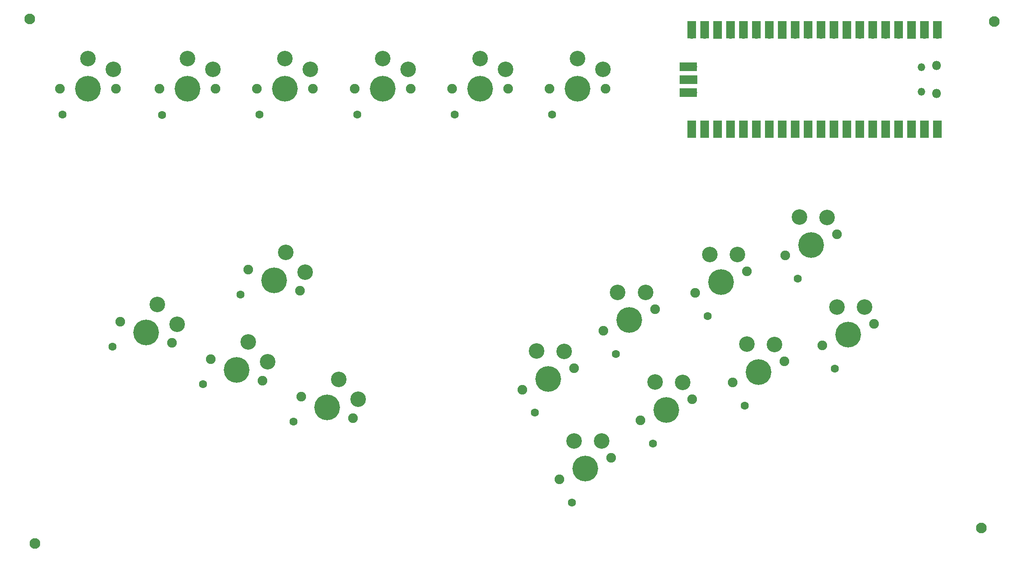
<source format=gbr>
%TF.GenerationSoftware,KiCad,Pcbnew,7.0.5*%
%TF.CreationDate,2023-07-09T01:02:00-05:00*%
%TF.ProjectId,NanoSwap,4e616e6f-5377-4617-902e-6b696361645f,rev?*%
%TF.SameCoordinates,Original*%
%TF.FileFunction,Soldermask,Top*%
%TF.FilePolarity,Negative*%
%FSLAX46Y46*%
G04 Gerber Fmt 4.6, Leading zero omitted, Abs format (unit mm)*
G04 Created by KiCad (PCBNEW 7.0.5) date 2023-07-09 01:02:00*
%MOMM*%
%LPD*%
G01*
G04 APERTURE LIST*
%ADD10C,1.900000*%
%ADD11C,1.600000*%
%ADD12C,3.050000*%
%ADD13C,5.050000*%
%ADD14O,1.800000X1.800000*%
%ADD15O,1.500000X1.500000*%
%ADD16O,1.700000X1.700000*%
%ADD17R,1.700000X3.500000*%
%ADD18R,1.700000X1.700000*%
%ADD19R,3.500000X1.700000*%
%ADD20C,2.100000*%
G04 APERTURE END LIST*
D10*
%TO.C,REF\u002A\u002A*%
X113131810Y-51308000D03*
D11*
X113631810Y-56458000D03*
D12*
X118631810Y-45408000D03*
D13*
X118631810Y-51308000D03*
D12*
X123631810Y-47508000D03*
D10*
X124131810Y-51308000D03*
%TD*%
D14*
%TO.C,USB Right*%
X227454000Y-46805000D03*
D15*
X224424000Y-47105000D03*
X224424000Y-51955000D03*
D14*
X227454000Y-52255000D03*
D16*
X227584000Y-40640000D03*
D17*
X227584000Y-39740000D03*
D16*
X225044000Y-40640000D03*
D17*
X225044000Y-39740000D03*
D18*
X222504000Y-40640000D03*
D17*
X222504000Y-39740000D03*
D16*
X219964000Y-40640000D03*
D17*
X219964000Y-39740000D03*
D16*
X217424000Y-40640000D03*
D17*
X217424000Y-39740000D03*
D16*
X214884000Y-40640000D03*
D17*
X214884000Y-39740000D03*
D16*
X212344000Y-40640000D03*
D17*
X212344000Y-39740000D03*
D18*
X209804000Y-40640000D03*
D17*
X209804000Y-39740000D03*
D16*
X207264000Y-40640000D03*
D17*
X207264000Y-39740000D03*
D16*
X204724000Y-40640000D03*
D17*
X204724000Y-39740000D03*
D16*
X202184000Y-40640000D03*
D17*
X202184000Y-39740000D03*
D16*
X199644000Y-40640000D03*
D17*
X199644000Y-39740000D03*
D18*
X197104000Y-40640000D03*
D17*
X197104000Y-39740000D03*
D16*
X194564000Y-40640000D03*
D17*
X194564000Y-39740000D03*
D16*
X192024000Y-40640000D03*
D17*
X192024000Y-39740000D03*
D16*
X189484000Y-40640000D03*
D17*
X189484000Y-39740000D03*
D16*
X186944000Y-40640000D03*
D17*
X186944000Y-39740000D03*
D18*
X184404000Y-40640000D03*
D17*
X184404000Y-39740000D03*
D16*
X181864000Y-40640000D03*
D17*
X181864000Y-39740000D03*
D16*
X179324000Y-40640000D03*
D17*
X179324000Y-39740000D03*
D16*
X179324000Y-58420000D03*
D17*
X179324000Y-59320000D03*
D16*
X181864000Y-58420000D03*
D17*
X181864000Y-59320000D03*
D18*
X184404000Y-58420000D03*
D17*
X184404000Y-59320000D03*
D16*
X186944000Y-58420000D03*
D17*
X186944000Y-59320000D03*
D16*
X189484000Y-58420000D03*
D17*
X189484000Y-59320000D03*
D16*
X192024000Y-58420000D03*
D17*
X192024000Y-59320000D03*
D16*
X194564000Y-58420000D03*
D17*
X194564000Y-59320000D03*
D18*
X197104000Y-58420000D03*
D17*
X197104000Y-59320000D03*
D16*
X199644000Y-58420000D03*
D17*
X199644000Y-59320000D03*
D16*
X202184000Y-58420000D03*
D17*
X202184000Y-59320000D03*
D16*
X204724000Y-58420000D03*
D17*
X204724000Y-59320000D03*
D16*
X207264000Y-58420000D03*
D17*
X207264000Y-59320000D03*
D18*
X209804000Y-58420000D03*
D17*
X209804000Y-59320000D03*
D16*
X212344000Y-58420000D03*
D17*
X212344000Y-59320000D03*
D16*
X214884000Y-58420000D03*
D17*
X214884000Y-59320000D03*
D16*
X217424000Y-58420000D03*
D17*
X217424000Y-59320000D03*
D16*
X219964000Y-58420000D03*
D17*
X219964000Y-59320000D03*
D18*
X222504000Y-58420000D03*
D17*
X222504000Y-59320000D03*
D16*
X225044000Y-58420000D03*
D17*
X225044000Y-59320000D03*
D16*
X227584000Y-58420000D03*
D17*
X227584000Y-59320000D03*
D16*
X179554000Y-46990000D03*
D19*
X178654000Y-46990000D03*
D18*
X179554000Y-49530000D03*
D19*
X178654000Y-49530000D03*
D16*
X179554000Y-52070000D03*
D19*
X178654000Y-52070000D03*
%TD*%
D10*
%TO.C,REF\u002A\u002A*%
X84833326Y-104502482D03*
D11*
X83324446Y-109451803D03*
D12*
X92172495Y-101156352D03*
D13*
X89914663Y-106607241D03*
D12*
X95988258Y-105009916D03*
D10*
X94996000Y-108712000D03*
%TD*%
%TO.C,REF\u002A\u002A*%
X153366700Y-128136285D03*
D11*
X155799459Y-132702923D03*
D12*
X156190205Y-120580637D03*
D13*
X158448037Y-126031526D03*
D12*
X161613238Y-120607367D03*
D10*
X163529374Y-123926767D03*
%TD*%
D20*
%TO.C,REF\u002A\u002A*%
X236220000Y-137668000D03*
%TD*%
D10*
%TO.C,REF\u002A\u002A*%
X92227326Y-86881745D03*
D11*
X90718446Y-91831066D03*
D12*
X99566495Y-83535615D03*
D13*
X97308663Y-88986504D03*
D12*
X103382258Y-87389179D03*
D10*
X102390000Y-91091263D03*
%TD*%
%TO.C,REF\u002A\u002A*%
X93874810Y-51318000D03*
D11*
X94374810Y-56468000D03*
D12*
X99374810Y-45418000D03*
D13*
X99374810Y-51318000D03*
D12*
X104374810Y-47518000D03*
D10*
X104874810Y-51318000D03*
%TD*%
%TO.C,REF\u002A\u002A*%
X187333462Y-109128918D03*
D11*
X189766221Y-113695556D03*
D12*
X190156967Y-101573270D03*
D13*
X192414799Y-107024159D03*
D12*
X195580000Y-101600000D03*
D10*
X197496136Y-104919400D03*
%TD*%
%TO.C,REF\u002A\u002A*%
X205003451Y-101798945D03*
D11*
X207436210Y-106365583D03*
D12*
X207826956Y-94243297D03*
D13*
X210084788Y-99694186D03*
D12*
X213249989Y-94270027D03*
D10*
X215166125Y-97589427D03*
%TD*%
%TO.C,REF\u002A\u002A*%
X67036636Y-97130854D03*
D11*
X65527756Y-102080175D03*
D12*
X74375805Y-93784724D03*
D13*
X72117973Y-99235613D03*
D12*
X78191568Y-97638288D03*
D10*
X77199310Y-101340372D03*
%TD*%
D20*
%TO.C,REF\u002A\u002A*%
X49276000Y-37592000D03*
%TD*%
D10*
%TO.C,REF\u002A\u002A*%
X161978573Y-98938082D03*
D11*
X164411332Y-103504720D03*
D12*
X164802078Y-91382434D03*
D13*
X167059910Y-96833323D03*
D12*
X170225111Y-91409164D03*
D10*
X172141247Y-94728564D03*
%TD*%
%TO.C,REF\u002A\u002A*%
X102630490Y-111872981D03*
D11*
X101121610Y-116822302D03*
D12*
X109969659Y-108526851D03*
D13*
X107711827Y-113977740D03*
D12*
X113785422Y-112380415D03*
D10*
X112793164Y-116082499D03*
%TD*%
%TO.C,REF\u002A\u002A*%
X197694963Y-84154695D03*
D11*
X200127722Y-88721333D03*
D12*
X200518468Y-76599047D03*
D13*
X202776300Y-82049936D03*
D12*
X205941501Y-76625777D03*
D10*
X207857637Y-79945177D03*
%TD*%
D20*
%TO.C,REF\u002A\u002A*%
X50292000Y-140716000D03*
%TD*%
D10*
%TO.C,REF\u002A\u002A*%
X132254000Y-51318000D03*
D11*
X132754000Y-56468000D03*
D12*
X137754000Y-45418000D03*
D13*
X137754000Y-51318000D03*
D12*
X142754000Y-47518000D03*
D10*
X143254000Y-51318000D03*
%TD*%
D20*
%TO.C,REF\u002A\u002A*%
X238760000Y-38100000D03*
%TD*%
D10*
%TO.C,REF\u002A\u002A*%
X169287060Y-116582335D03*
D11*
X171719819Y-121148973D03*
D12*
X172110565Y-109026687D03*
D13*
X174368397Y-114477576D03*
D12*
X177533598Y-109053417D03*
D10*
X179449734Y-112372817D03*
%TD*%
%TO.C,REF\u002A\u002A*%
X74744810Y-51328000D03*
D11*
X75244810Y-56478000D03*
D12*
X80244810Y-45428000D03*
D13*
X80244810Y-51328000D03*
D12*
X85244810Y-47528000D03*
D10*
X85744810Y-51328000D03*
%TD*%
%TO.C,REF\u002A\u002A*%
X151384000Y-51308000D03*
D11*
X151884000Y-56458000D03*
D12*
X156884000Y-45408000D03*
D13*
X156884000Y-51308000D03*
D12*
X161884000Y-47508000D03*
D10*
X162384000Y-51308000D03*
%TD*%
%TO.C,REF\u002A\u002A*%
X180024971Y-91484669D03*
D11*
X182457730Y-96051307D03*
D12*
X182848476Y-83929021D03*
D13*
X185106308Y-89379910D03*
D12*
X188271509Y-83955751D03*
D10*
X190187645Y-87275151D03*
%TD*%
%TO.C,REF\u002A\u002A*%
X55219810Y-51308000D03*
D11*
X55719810Y-56458000D03*
D12*
X60719810Y-45408000D03*
D13*
X60719810Y-51308000D03*
D12*
X65719810Y-47508000D03*
D10*
X66219810Y-51308000D03*
%TD*%
%TO.C,REF\u002A\u002A*%
X146058212Y-110492033D03*
D11*
X148490971Y-115058671D03*
D12*
X148881717Y-102936385D03*
D13*
X151139549Y-108387274D03*
D12*
X154304750Y-102963115D03*
D10*
X156220886Y-106282515D03*
%TD*%
M02*

</source>
